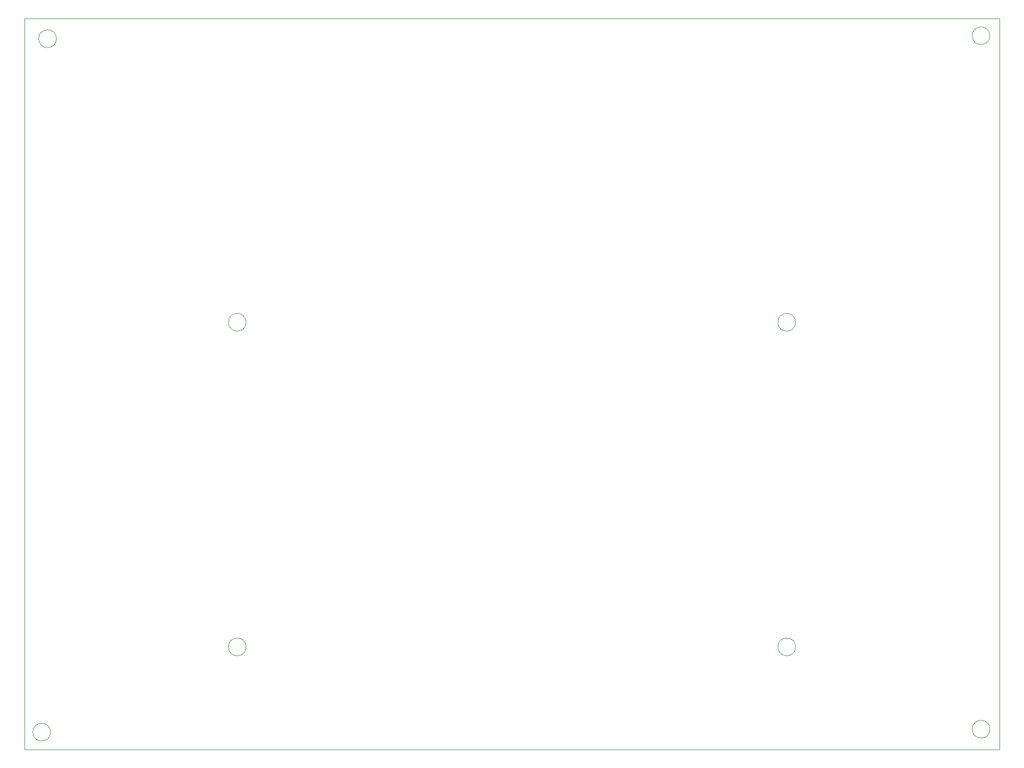
<source format=gbr>
%TF.GenerationSoftware,KiCad,Pcbnew,9.0.4-9.0.4-0~ubuntu22.04.1*%
%TF.CreationDate,2025-09-08T17:48:54-03:00*%
%TF.ProjectId,control,636f6e74-726f-46c2-9e6b-696361645f70,rev?*%
%TF.SameCoordinates,Original*%
%TF.FileFunction,Profile,NP*%
%FSLAX46Y46*%
G04 Gerber Fmt 4.6, Leading zero omitted, Abs format (unit mm)*
G04 Created by KiCad (PCBNEW 9.0.4-9.0.4-0~ubuntu22.04.1) date 2025-09-08 17:48:54*
%MOMM*%
%LPD*%
G01*
G04 APERTURE LIST*
%TA.AperFunction,Profile*%
%ADD10C,0.050000*%
%TD*%
G04 APERTURE END LIST*
D10*
X96100000Y-144050000D02*
G75*
G02*
X93100000Y-144050000I-1500000J0D01*
G01*
X93100000Y-144050000D02*
G75*
G02*
X96100000Y-144050000I1500000J0D01*
G01*
X63000000Y-158500000D02*
G75*
G02*
X60000000Y-158500000I-1500000J0D01*
G01*
X60000000Y-158500000D02*
G75*
G02*
X63000000Y-158500000I1500000J0D01*
G01*
X189100000Y-89050000D02*
G75*
G02*
X186100000Y-89050000I-1500000J0D01*
G01*
X186100000Y-89050000D02*
G75*
G02*
X189100000Y-89050000I1500000J0D01*
G01*
X58600000Y-37550000D02*
X223600000Y-37550000D01*
X223600000Y-161450000D01*
X58600000Y-161450000D01*
X58600000Y-37550000D01*
X222000000Y-40500000D02*
G75*
G02*
X219000000Y-40500000I-1500000J0D01*
G01*
X219000000Y-40500000D02*
G75*
G02*
X222000000Y-40500000I1500000J0D01*
G01*
X189100000Y-144050000D02*
G75*
G02*
X186100000Y-144050000I-1500000J0D01*
G01*
X186100000Y-144050000D02*
G75*
G02*
X189100000Y-144050000I1500000J0D01*
G01*
X222000000Y-158000000D02*
G75*
G02*
X219000000Y-158000000I-1500000J0D01*
G01*
X219000000Y-158000000D02*
G75*
G02*
X222000000Y-158000000I1500000J0D01*
G01*
X96100000Y-89050000D02*
G75*
G02*
X93100000Y-89050000I-1500000J0D01*
G01*
X93100000Y-89050000D02*
G75*
G02*
X96100000Y-89050000I1500000J0D01*
G01*
X64000000Y-41000000D02*
G75*
G02*
X61000000Y-41000000I-1500000J0D01*
G01*
X61000000Y-41000000D02*
G75*
G02*
X64000000Y-41000000I1500000J0D01*
G01*
M02*

</source>
